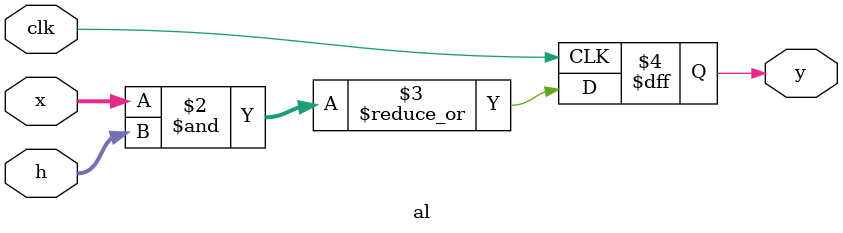
<source format=v>
module al(x,h,clk,y);
input [9:0] x,h; 
output reg y;
input clk;
always @(posedge clk)
y= |(x&h);
endmodule

</source>
